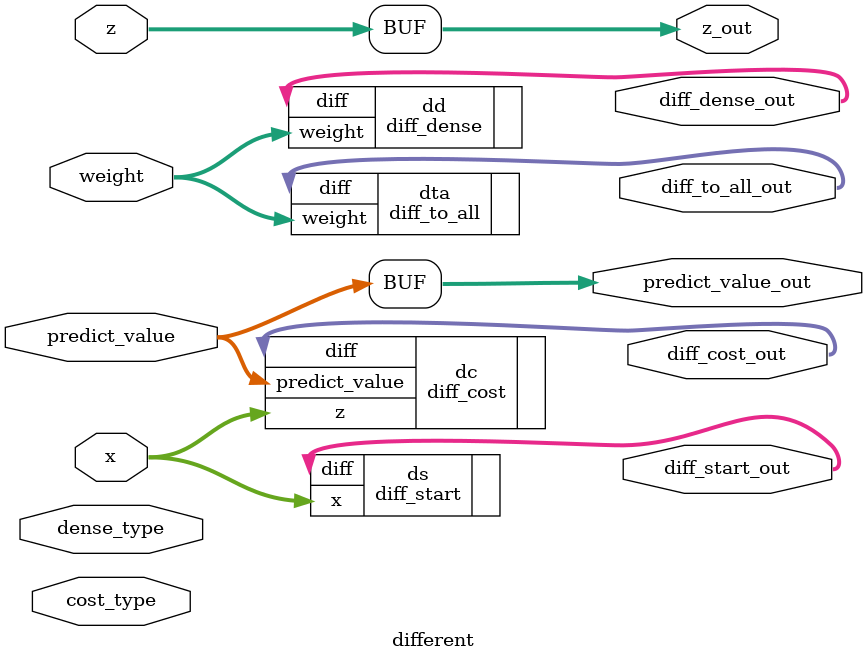
<source format=sv>
module different (weight, x, z, predict_value, cost_type, dense_type, diff_dense_out, diff_start_out, diff_to_all_out, diff_cost_out, z_out, predict_value_out);
    parameter size = 3;
	parameter data_size = 16;
    parameter cost_type_size = 8;
    parameter dense_type_size = 4;

	input [size*data_size - 1:0] weight;
    input [size*data_size - 1:0] x;
    input [size*data_size - 1:0] z;
    input [size*data_size - 1:0] predict_value;

    input [cost_type_size - 1:0] cost_type;
    input [dense_type_size - 1:0] dense_type;

    output [size*data_size - 1:0] diff_dense_out;
    output [size*data_size - 1:0] diff_start_out;
    output [size*data_size - 1:0] diff_to_all_out;
    output [size*data_size - 1:0] diff_cost_out;
    output [size*data_size - 1:0] z_out;
    output [size*data_size - 1:0] predict_value_out;

    assign z_out = z;
    assign predict_value_out = predict_value;

    diff_dense dd(.weight(weight), .diff(diff_dense_out));
    diff_start ds(.x(x), .diff(diff_start_out));
    diff_to_all dta(.weight(weight), .diff(diff_to_all_out));
    diff_cost dc(.predict_value(predict_value), .z(x), .diff(diff_cost_out));
endmodule

</source>
